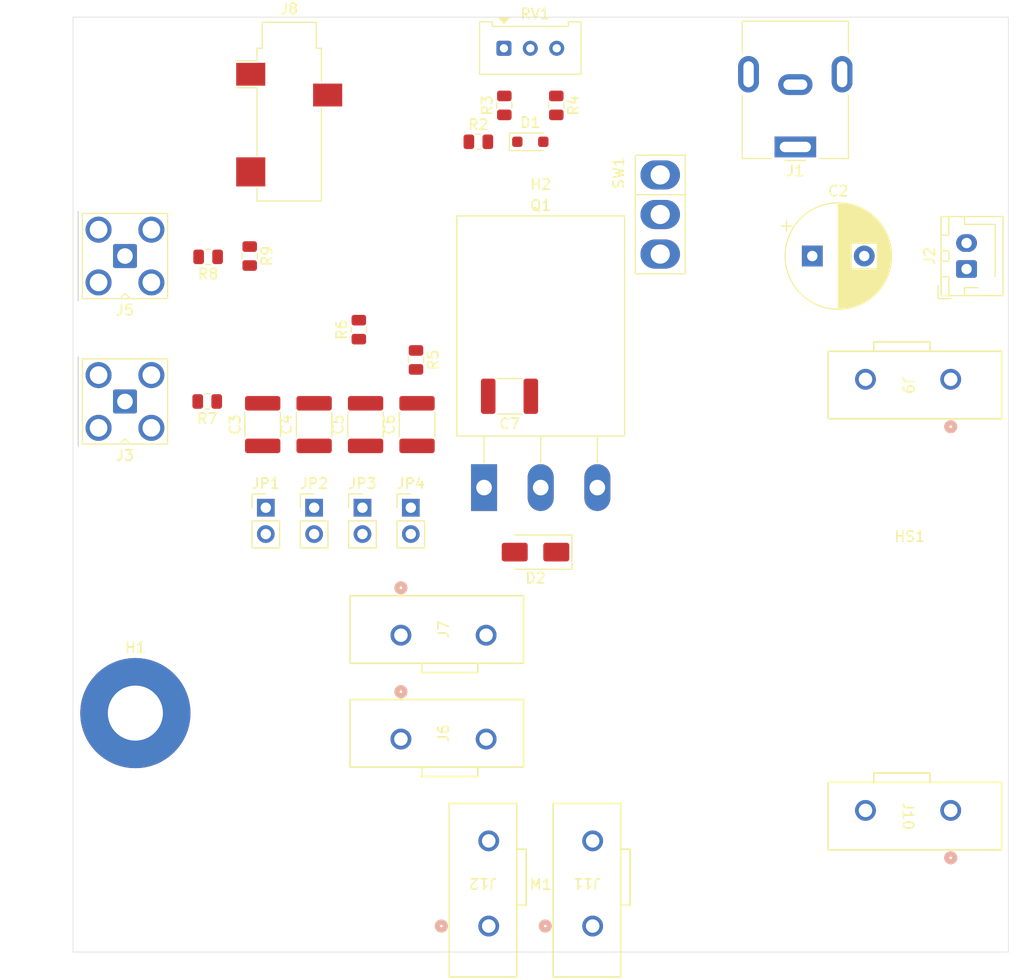
<source format=kicad_pcb>
(kicad_pcb (version 20241229) (generator "pcbnew") (generator_version "9.0")
  (layers (0 "F.Cu" signal) (2 "B.Cu" signal) (13 "F.Paste" user) (15 "B.Paste" user) (5 "F.SilkS" user "F.Silkscreen") (7 "B.SilkS" user "B.Silkscreen") (1 "F.Mask" user) (3 "B.Mask" user) (25 "Edge.Cuts" user))
  (net 0 "")
  (net 1 "GND")
  (net 2 "Net-(J2-Pin_1)")
  (net 3 "Net-(JP1-A)")
  (net 4 "Net-(JP2-A)")
  (net 5 "Net-(JP3-A)")
  (net 6 "Net-(JP4-A)")
  (net 7 "Net-(D2-A2)")
  (net 8 "Net-(D1-K)")
  (net 10 "Net-(J3-In)")
  (net 11 "Net-(J5-In)")
  (net 12 "Net-(J7-Pin_1)")
  (net 13 "Net-(R3-Pad2)")
  (net 14 "Net-(R4-Pad1)")
  (net 15 "Net-(R5-Pad1)")
  (net 17 "Net-(J8-PadT)")
  (net 19 "Net-(SW1-A)")
  (net 20 "Net-(J10-Pin_1)")
  (net 21 "Net-(J12-Pin_1)")
  (footprint "Library:CKSW-E101J1AV2QE2" (layer "F.Cu") (at 111.5 74 -90)
    (property "Reference" "SW1" (at -4 4 90) (layer "F.SilkS"))
    (property "Value" "SW_SPDT")
    (pad "" np_thru_hole circle (at -16.51 -2.54 270) (size 1.85 1.85) (drill 1.85) (layers "*.Cu" "*.Mask"))
    (pad "" np_thru_hole circle (at -16.51 2.54 270) (size 1.85 1.85) (drill 1.85) (layers "*.Cu" "*.Mask"))
    (pad "1" thru_hole oval (at -3.81 0 270) (size 2.8 3.8) (drill 1.85) (layers "*.Cu" "*.Mask") (net 19 "Net-(SW1-A)"))
    (pad "2" thru_hole oval (at 0 0 270) (size 2.8 3.8) (drill 1.85) (layers "*.Cu" "*.Mask") (net 2 "Net-(J2-Pin_1)"))
    (pad "3" thru_hole oval (at 3.81 0 270) (size 2.8 3.8) (drill 1.85) (layers "*.Cu" "*.Mask"))
  )
  (footprint "Capacitor_SMD:C_1812_4532Metric" (layer "F.Cu") (at 97 91.5 180)
    (property "Reference" "C7" (at 0 -2.65 0) (layer "F.SilkS"))
    (property "Value" "220pF")
    (pad "1" smd roundrect (at -2.05 0 180) (size 1.4 3.4) (layers "F.Cu" "F.Mask" "F.Paste") (roundrect_rratio 0.178571) (net 20 "Net-(J10-Pin_1)"))
    (pad "2" smd roundrect (at 2.05 0 180) (size 1.4 3.4) (layers "F.Cu" "F.Mask" "F.Paste") (roundrect_rratio 0.178571) (net 7 "Net-(D2-A2)"))
  )
  (footprint "Capacitor_SMD:C_1812_4532Metric" (layer "F.Cu") (at 78.2 94.225 90)
    (property "Reference" "C4" (at 0 -2.65 90) (layer "F.SilkS"))
    (property "Value" "2.7nF")
    (pad "1" smd roundrect (at -2.05 0 90) (size 1.4 3.4) (layers "F.Cu" "F.Mask" "F.Paste") (roundrect_rratio 0.178571) (net 4 "Net-(JP2-A)"))
    (pad "2" smd roundrect (at 2.05 0 90) (size 1.4 3.4) (layers "F.Cu" "F.Mask" "F.Paste") (roundrect_rratio 0.178571) (net 1 "GND"))
  )
  (footprint "Connector_PinHeader_2.54mm:PinHeader_1x02_P2.54mm_Vertical" (layer "F.Cu") (at 78.2 102.225)
    (property "Reference" "JP2" (at 0 -2.33 0) (layer "F.SilkS"))
    (property "Value" "Jumper_2_Open")
    (pad "1" thru_hole rect (at 0 0) (size 1.7 1.7) (drill 1) (layers "*.Cu" "*.Mask") (net 4 "Net-(JP2-A)"))
    (pad "2" thru_hole oval (at 0 2.54) (size 1.7 1.7) (drill 1) (layers "*.Cu" "*.Mask") (net 12 "Net-(J7-Pin_1)"))
  )
  (footprint "Library:CONN_2604-3101_WAG" (layer "F.Cu") (at 95 142.5 180)
    (property "Reference" "J12" (at 0.55 4.099999 180) (layer "F.SilkS"))
    (property "Value" "Screw_Terminal_01x01")
    (pad "1" thru_hole circle (at 0 0 180) (size 2 2) (drill 1.3) (layers "*.Cu" "*.Mask") (net 21 "Net-(J12-Pin_1)"))
    (pad "1" thru_hole circle (at 0 8.199999 180) (size 2 2) (drill 1.3) (layers "*.Cu" "*.Mask") (net 21 "Net-(J12-Pin_1)"))
  )
  (footprint "Connector_PinHeader_2.54mm:PinHeader_1x02_P2.54mm_Vertical" (layer "F.Cu") (at 87.5 102.225)
    (property "Reference" "JP4" (at 0 -2.33 0) (layer "F.SilkS"))
    (property "Value" "Jumper_2_Open")
    (pad "1" thru_hole rect (at 0 0) (size 1.7 1.7) (drill 1) (layers "*.Cu" "*.Mask") (net 6 "Net-(JP4-A)"))
    (pad "2" thru_hole oval (at 0 2.54) (size 1.7 1.7) (drill 1) (layers "*.Cu" "*.Mask") (net 12 "Net-(J7-Pin_1)"))
  )
  (footprint "Diode_SMD:D_SMA" (layer "F.Cu") (at 99.5 106.5 180)
    (property "Reference" "D2" (at 0 -2.5 0) (layer "F.SilkS"))
    (property "Value" "SMAJ15CA")
    (pad "1" smd roundrect (at -2 0 180) (size 2.5 1.8) (layers "F.Cu" "F.Mask" "F.Paste") (roundrect_rratio 0.1388888889) (net 1 "GND"))
    (pad "2" smd roundrect (at 2 0 180) (size 2.5 1.8) (layers "F.Cu" "F.Mask" "F.Paste") (roundrect_rratio 0.1388888889) (net 7 "Net-(D2-A2)"))
  )
  (footprint "MountingHole:MountingHole_8.4mm_M8" (layer "F.Cu") (at 100 80.5)
    (property "Reference" "H2" (at 0 -9.4 0) (layer "F.SilkS"))
    (property "Value" "MountingHole")
    (pad "" np_thru_hole circle (at 0 0) (size 8.4 8.4) (drill 8.4) (layers "*.Cu" "*.Mask"))
  )
  (footprint "Connector_BarrelJack:BarrelJack_CUI_PJ-063AH_Horizontal" (layer "F.Cu") (at 124.5 67.5 180)
    (property "Reference" "J1" (at 0 -2.3 0) (layer "F.SilkS"))
    (property "Value" "Barrel_Jack_MountingPin")
    (pad "" np_thru_hole circle (at 0 9 180) (size 1.6 1.6) (drill 1.6) (layers "*.Cu" "*.Mask"))
    (pad "1" thru_hole rect (at 0 0 180) (size 4 2) (drill oval 3 1) (layers "*.Cu" "*.Mask") (net 19 "Net-(SW1-A)"))
    (pad "2" thru_hole oval (at 0 6 180) (size 3.3 2) (drill oval 2.3 1) (layers "*.Cu" "*.Mask") (net 1 "GND"))
    (pad "MP" thru_hole oval (at -4.5 7 180) (size 2 3.5) (drill oval 1 2.5) (layers "*.Cu" "*.Mask"))
    (pad "MP" thru_hole oval (at 4.5 7 180) (size 2 3.5) (drill oval 1 2.5) (layers "*.Cu" "*.Mask"))
  )
  (footprint "Resistor_SMD:R_0805_2012Metric" (layer "F.Cu") (at 82.5 85.0875 90)
    (property "Reference" "R6" (at 0 -1.65 90) (layer "F.SilkS"))
    (property "Value" "0")
    (pad "1" smd roundrect (at -0.9125 0 90) (size 1.025 1.4) (layers "F.Cu" "F.Mask" "F.Paste") (roundrect_rratio 0.243902) (net 7 "Net-(D2-A2)"))
    (pad "2" smd roundrect (at 0.9125 0 90) (size 1.025 1.4) (layers "F.Cu" "F.Mask" "F.Paste") (roundrect_rratio 0.243902) (net 12 "Net-(J7-Pin_1)"))
  )
  (footprint "Connector_Coaxial:SMA_Amphenol_901-143_Horizontal" (layer "F.Cu") (at 60 78 90)
    (property "Reference" "J5" (at -5.2 0 0) (layer "F.SilkS"))
    (property "Value" "Conn_Coaxial")
    (fp_line (start 4.3 -4.5) (end -4.3 -4.5) (stroke (width 0.1)) (layer "Edge.Cuts"))
    (pad "1" thru_hole roundrect (at 0 0 90) (size 2.3 2.3) (drill 1.5) (layers "*.Cu" "*.Mask") (roundrect_rratio 0.087) (net 11 "Net-(J5-In)"))
    (pad "2" thru_hole circle (at -2.54 -2.54 90) (size 2.5 2.5) (drill 1.7) (layers "*.Cu" "*.Mask") (net 1 "GND"))
    (pad "2" thru_hole circle (at -2.54 2.54 90) (size 2.5 2.5) (drill 1.7) (layers "*.Cu" "*.Mask") (net 1 "GND"))
    (pad "2" thru_hole circle (at 2.54 -2.54 90) (size 2.5 2.5) (drill 1.7) (layers "*.Cu" "*.Mask") (net 1 "GND"))
    (pad "2" thru_hole circle (at 2.54 2.54 90) (size 2.5 2.5) (drill 1.7) (layers "*.Cu" "*.Mask") (net 1 "GND"))
  )
  (footprint "Resistor_SMD:R_0805_2012Metric" (layer "F.Cu") (at 94 67)
    (property "Reference" "R2" (at 0 -1.65 0) (layer "F.SilkS"))
    (property "Value" "1k")
    (pad "1" smd roundrect (at -0.9125 0) (size 1.025 1.4) (layers "F.Cu" "F.Mask" "F.Paste") (roundrect_rratio 0.243902) (net 2 "Net-(J2-Pin_1)"))
    (pad "2" smd roundrect (at 0.9125 0) (size 1.025 1.4) (layers "F.Cu" "F.Mask" "F.Paste") (roundrect_rratio 0.243902) (net 8 "Net-(D1-K)"))
  )
  (footprint "Library:FAN AXIAL 92X25.4MM" (layer "F.Cu") (at 100 100)
    (property "Reference" "M1" (at 0 38.5 0) (layer "F.SilkS"))
    (property "Value" "Fan")
    (pad "" np_thru_hole circle (at -41.25 -41.25) (size 4.5 4.5) (drill 4.5) (layers "*.Cu" "*.Mask"))
    (pad "" np_thru_hole circle (at -41.25 41.25) (size 4.5 4.5) (drill 4.5) (layers "*.Cu" "*.Mask"))
    (pad "" np_thru_hole circle (at 41.25 -41.25) (size 4.5 4.5) (drill 4.5) (layers "*.Cu" "*.Mask"))
    (pad "" np_thru_hole circle (at 41.25 41.25) (size 4.5 4.5) (drill 4.5) (layers "*.Cu" "*.Mask"))
  )
  (footprint "Capacitor_SMD:C_1812_4532Metric" (layer "F.Cu") (at 73.25 94.225 90)
    (property "Reference" "C3" (at 0 -2.65 90) (layer "F.SilkS"))
    (property "Value" "2.7nF")
    (pad "1" smd roundrect (at -2.05 0 90) (size 1.4 3.4) (layers "F.Cu" "F.Mask" "F.Paste") (roundrect_rratio 0.178571) (net 3 "Net-(JP1-A)"))
    (pad "2" smd roundrect (at 2.05 0 90) (size 1.4 3.4) (layers "F.Cu" "F.Mask" "F.Paste") (roundrect_rratio 0.178571) (net 1 "GND"))
  )
  (footprint "Capacitor_THT:CP_Radial_D10.0mm_P5.00mm" (layer "F.Cu") (at 126.132323 78)
    (property "Reference" "C2" (at 2.5 -6.25 0) (layer "F.SilkS"))
    (property "Value" "330uF")
    (pad "1" thru_hole rect (at 0 0) (size 2 2) (drill 1) (layers "*.Cu" "*.Mask") (net 2 "Net-(J2-Pin_1)"))
    (pad "2" thru_hole circle (at 5 0) (size 2 2) (drill 1) (layers "*.Cu" "*.Mask") (net 1 "GND"))
  )
  (footprint "Resistor_SMD:R_0805_2012Metric" (layer "F.Cu") (at 101.5 63.5 -90)
    (property "Reference" "R4" (at 0 -1.65 90) (layer "F.SilkS"))
    (property "Value" "1.8k")
    (pad "1" smd roundrect (at -0.9125 0 270) (size 1.025 1.4) (layers "F.Cu" "F.Mask" "F.Paste") (roundrect_rratio 0.243902) (net 14 "Net-(R4-Pad1)"))
    (pad "2" smd roundrect (at 0.9125 0 270) (size 1.025 1.4) (layers "F.Cu" "F.Mask" "F.Paste") (roundrect_rratio 0.243902) (net 1 "GND"))
  )
  (footprint "Library:CONN_2604-3101_WAG" (layer "F.Cu") (at 105 142.5 180)
    (property "Reference" "J11" (at 0.55 4.099999 180) (layer "F.SilkS"))
    (property "Value" "Screw_Terminal_01x01")
    (pad "1" thru_hole circle (at 0 0 180) (size 2 2) (drill 1.3) (layers "*.Cu" "*.Mask") (net 20 "Net-(J10-Pin_1)"))
    (pad "1" thru_hole circle (at 0 8.199999 180) (size 2 2) (drill 1.3) (layers "*.Cu" "*.Mask") (net 20 "Net-(J10-Pin_1)"))
  )
  (footprint "Connector_JST:JST_XH_B2B-XH-AM_1x02_P2.50mm_Vertical" (layer "F.Cu") (at 140.975 79.25 90)
    (property "Reference" "J2" (at 1.25 -3.55 90) (layer "F.SilkS"))
    (property "Value" "Conn_01x02_Pin")
    (pad "" np_thru_hole circle (at -1.6 2 90) (size 1.2 1.2) (drill 1.2) (layers "*.Cu" "*.Mask"))
    (pad "1" thru_hole roundrect (at 0 0 90) (size 1.7 2) (drill 1) (layers "*.Cu" "*.Mask") (roundrect_rratio 0.147059) (net 2 "Net-(J2-Pin_1)"))
    (pad "2" thru_hole oval (at 2.5 0 90) (size 1.7 2) (drill 1) (layers "*.Cu" "*.Mask") (net 1 "GND"))
  )
  (footprint "Capacitor_SMD:C_1812_4532Metric" (layer "F.Cu") (at 88.1 94.225 90)
    (property "Reference" "C6" (at 0 -2.65 90) (layer "F.SilkS"))
    (property "Value" "2.7nF")
    (pad "1" smd roundrect (at -2.05 0 90) (size 1.4 3.4) (layers "F.Cu" "F.Mask" "F.Paste") (roundrect_rratio 0.178571) (net 6 "Net-(JP4-A)"))
    (pad "2" smd roundrect (at 2.05 0 90) (size 1.4 3.4) (layers "F.Cu" "F.Mask" "F.Paste") (roundrect_rratio 0.178571) (net 1 "GND"))
  )
  (footprint "Library:CONN_2604-3101_WAG" (layer "F.Cu") (at 139.45 89.8666 -90)
    (property "Reference" "J9" (at 0.55 4.099999 270) (layer "F.SilkS"))
    (property "Value" "Screw_Terminal_01x01")
    (pad "1" thru_hole circle (at 0 0 270) (size 2 2) (drill 1.3) (layers "*.Cu" "*.Mask") (net 2 "Net-(J2-Pin_1)"))
    (pad "1" thru_hole circle (at 0 8.199999 270) (size 2 2) (drill 1.3) (layers "*.Cu" "*.Mask") (net 2 "Net-(J2-Pin_1)"))
  )
  (footprint "Connector_Audio:Jack_3.5mm_CUI_SJ-3523-SMT_Horizontal" (layer "F.Cu") (at 75.8 64.1)
    (property "Reference" "J8" (at 0 -9.9 0) (layer "F.SilkS"))
    (property "Value" "AudioJack3")
    (pad "" np_thru_hole circle (at 0 -2.5) (size 1.7 1.7) (drill 1.7) (layers "*.Cu" "*.Mask"))
    (pad "" np_thru_hole circle (at 0 4.5) (size 1.7 1.7) (drill 1.7) (layers "*.Cu" "*.Mask"))
    (pad "R" smd rect (at 3.7 -1.6) (size 2.8 2.2) (layers "F.Cu" "F.Mask" "F.Paste"))
    (pad "S" smd rect (at -3.7 -3.6) (size 2.8 2.2) (layers "F.Cu" "F.Mask" "F.Paste") (net 1 "GND"))
    (pad "T" smd rect (at -3.7 5.8) (size 2.8 2.8) (layers "F.Cu" "F.Mask" "F.Paste") (net 17 "Net-(J8-PadT)"))
  )
  (footprint "Diode_SMD:D_SOD-323_HandSoldering" (layer "F.Cu") (at 99 67)
    (property "Reference" "D1" (at 0 -1.85 0) (layer "F.SilkS"))
    (property "Value" "D_Zener")
    (pad "1" smd roundrect (at -1.25 0) (size 1 1) (layers "F.Cu" "F.Mask" "F.Paste") (net 8 "Net-(D1-K)"))
    (pad "2" smd roundrect (at 1.25 0) (size 1 1) (layers "F.Cu" "F.Mask" "F.Paste") (net 1 "GND"))
  )
  (footprint "Resistor_SMD:R_0805_2012Metric" (layer "F.Cu") (at 96.5 63.5 90)
    (property "Reference" "R3" (at 0 -1.65 90) (layer "F.SilkS"))
    (property "Value" "3k")
    (pad "1" smd roundrect (at -0.9125 0 90) (size 1.025 1.4) (layers "F.Cu" "F.Mask" "F.Paste") (roundrect_rratio 0.243902) (net 8 "Net-(D1-K)"))
    (pad "2" smd roundrect (at 0.9125 0 90) (size 1.025 1.4) (layers "F.Cu" "F.Mask" "F.Paste") (roundrect_rratio 0.243902) (net 13 "Net-(R3-Pad2)"))
  )
  (footprint "Library:CONN_2604-3101_WAG" (layer "F.Cu") (at 86.550001 114.5 90)
    (property "Reference" "J7" (at 0.55 4.099999 90) (layer "F.SilkS"))
    (property "Value" "Screw_Terminal_01x01")
    (pad "1" thru_hole circle (at 0 0 90) (size 2 2) (drill 1.3) (layers "*.Cu" "*.Mask") (net 12 "Net-(J7-Pin_1)"))
    (pad "1" thru_hole circle (at 0 8.199999 90) (size 2 2) (drill 1.3) (layers "*.Cu" "*.Mask") (net 12 "Net-(J7-Pin_1)"))
  )
  (footprint "Connector_PinHeader_2.54mm:PinHeader_1x02_P2.54mm_Vertical" (layer "F.Cu") (at 73.55 102.225)
    (property "Reference" "JP1" (at 0 -2.33 0) (layer "F.SilkS"))
    (property "Value" "Jumper_2_Open")
    (pad "1" thru_hole rect (at 0 0) (size 1.7 1.7) (drill 1) (layers "*.Cu" "*.Mask") (net 3 "Net-(JP1-A)"))
    (pad "2" thru_hole oval (at 0 2.54) (size 1.7 1.7) (drill 1) (layers "*.Cu" "*.Mask") (net 12 "Net-(J7-Pin_1)"))
  )
  (footprint "MountingHole:MountingHole_5.3mm_M5_Pad" (layer "F.Cu") (at 61 122)
    (property "Reference" "H1" (at 0 -6.3 0) (layer "F.SilkS"))
    (property "Value" "MountingHole_Pad")
    (pad "1" thru_hole circle (at 0 0) (size 10.6 10.6) (drill 5.3) (layers "*.Cu" "*.Mask") (net 21 "Net-(J12-Pin_1)"))
  )
  (footprint "Resistor_SMD:R_0805_2012Metric" (layer "F.Cu") (at 72 78 -90)
    (property "Reference" "R9" (at 0 -1.65 90) (layer "F.SilkS"))
    (property "Value" "50")
    (pad "1" smd roundrect (at -0.9125 0 270) (size 1.025 1.4) (layers "F.Cu" "F.Mask" "F.Paste") (roundrect_rratio 0.243902) (net 17 "Net-(J8-PadT)"))
    (pad "2" smd roundrect (at 0.9125 0 270) (size 1.025 1.4) (layers "F.Cu" "F.Mask" "F.Paste") (roundrect_rratio 0.243902) (net 7 "Net-(D2-A2)"))
  )
  (footprint "Potentiometer_THT:Potentiometer_Bourns_3386W_Horizontal" (layer "F.Cu") (at 96.46 58)
    (property "Reference" "RV1" (at 3 -3.3 0) (layer "F.SilkS"))
    (property "Value" "1k")
    (pad "1" thru_hole roundrect (at 0 0 90) (size 1.44 1.44) (drill 0.8) (layers "*.Cu" "*.Mask") (roundrect_rratio 0.1736111111) (net 13 "Net-(R3-Pad2)"))
    (pad "2" thru_hole circle (at 2.54 0 90) (size 1.44 1.44) (drill 0.8) (layers "*.Cu" "*.Mask") (net 15 "Net-(R5-Pad1)"))
    (pad "3" thru_hole circle (at 5.08 0 90) (size 1.44 1.44) (drill 0.8) (layers "*.Cu" "*.Mask") (net 14 "Net-(R4-Pad1)"))
  )
  (footprint "Library:Heatsink_75x37.5mm_Fischer_SK-594-37.5-AL" (layer "F.Cu") (at 100 85)
    (property "Reference" "HS1" (at 35.5 20 0) (layer "F.SilkS"))
    (property "Value" "Heatsink")
    (pad "" np_thru_hole circle (at -34.25 -15.5) (size 3.4 3.4) (drill 3.4) (layers "*.Cu" "*.Mask"))
    (pad "" np_thru_hole circle (at -34.25 15.5) (size 3.4 3.4) (drill 3.4) (layers "*.Cu" "*.Mask"))
    (pad "" np_thru_hole circle (at 0 -4.6) (size 3.4 3.4) (drill 3.4) (layers "*.Cu" "*.Mask"))
    (pad "" np_thru_hole circle (at 34.25 -15.5) (size 3.4 3.4) (drill 3.4) (layers "*.Cu" "*.Mask"))
    (pad "" np_thru_hole circle (at 34.25 15.5) (size 3.4 3.4) (drill 3.4) (layers "*.Cu" "*.Mask"))
  )
  (footprint "Connector_PinHeader_2.54mm:PinHeader_1x02_P2.54mm_Vertical" (layer "F.Cu") (at 82.85 102.225)
    (property "Reference" "JP3" (at 0 -2.33 0) (layer "F.SilkS"))
    (property "Value" "Jumper_2_Open")
    (pad "1" thru_hole rect (at 0 0) (size 1.7 1.7) (drill 1) (layers "*.Cu" "*.Mask") (net 5 "Net-(JP3-A)"))
    (pad "2" thru_hole oval (at 0 2.54) (size 1.7 1.7) (drill 1) (layers "*.Cu" "*.Mask") (net 12 "Net-(J7-Pin_1)"))
  )
  (footprint "Resistor_SMD:R_0805_2012Metric" (layer "F.Cu") (at 88 88 -90)
    (property "Reference" "R5" (at 0 -1.65 90) (layer "F.SilkS"))
    (property "Value" "1k")
    (pad "1" smd roundrect (at -0.9125 0 270) (size 1.025 1.4) (layers "F.Cu" "F.Mask" "F.Paste") (roundrect_rratio 0.243902) (net 15 "Net-(R5-Pad1)"))
    (pad "2" smd roundrect (at 0.9125 0 270) (size 1.025 1.4) (layers "F.Cu" "F.Mask" "F.Paste") (roundrect_rratio 0.243902) (net 7 "Net-(D2-A2)"))
  )
  (footprint "Capacitor_SMD:C_1812_4532Metric" (layer "F.Cu") (at 83.15 94.225 90)
    (property "Reference" "C5" (at 0 -2.65 90) (layer "F.SilkS"))
    (property "Value" "2.7nF")
    (pad "1" smd roundrect (at -2.05 0 90) (size 1.4 3.4) (layers "F.Cu" "F.Mask" "F.Paste") (roundrect_rratio 0.178571) (net 5 "Net-(JP3-A)"))
    (pad "2" smd roundrect (at 2.05 0 90) (size 1.4 3.4) (layers "F.Cu" "F.Mask" "F.Paste") (roundrect_rratio 0.178571) (net 1 "GND"))
  )
  (footprint "Resistor_SMD:R_0805_2012Metric" (layer "F.Cu") (at 68 78.08 180)
    (property "Reference" "R8" (at 0 -1.65 0) (layer "F.SilkS"))
    (property "Value" "50")
    (pad "1" smd roundrect (at -0.9125 0 180) (size 1.025 1.4) (layers "F.Cu" "F.Mask" "F.Paste") (roundrect_rratio 0.243902) (net 7 "Net-(D2-A2)"))
    (pad "2" smd roundrect (at 0.9125 0 180) (size 1.025 1.4) (layers "F.Cu" "F.Mask" "F.Paste") (roundrect_rratio 0.243902) (net 11 "Net-(J5-In)"))
  )
  (footprint "Package_TO_SOT_THT:TO-247-3_Horizontal_TabDown" (layer "F.Cu") (at 94.55 100.29)
    (property "Reference" "Q1" (at 5.45 -27.15 0) (layer "F.SilkS"))
    (property "Value" "Q_NMOS_Depletion_GDS")
    (pad "" np_thru_hole circle (at 5.45 -19.86) (size 3.6 3.6) (drill 3.6) (layers "*.Cu" "*.Mask"))
    (pad "1" thru_hole rect (at 0 0) (size 2.5 4.5) (drill 1.5) (layers "*.Cu" "*.Mask") (net 7 "Net-(D2-A2)"))
    (pad "2" thru_hole oval (at 5.45 0) (size 2.5 4.5) (drill 1.5) (layers "*.Cu" "*.Mask") (net 20 "Net-(J10-Pin_1)"))
    (pad "3" thru_hole oval (at 10.9 0) (size 2.5 4.5) (drill 1.5) (layers "*.Cu" "*.Mask") (net 1 "GND"))
  )
  (footprint "Resistor_SMD:R_0805_2012Metric" (layer "F.Cu") (at 67.9125 92 180)
    (property "Reference" "R7" (at 0 -1.65 0) (layer "F.SilkS"))
    (property "Value" "50")
    (pad "1" smd roundrect (at -0.9125 0 180) (size 1.025 1.4) (layers "F.Cu" "F.Mask" "F.Paste") (roundrect_rratio 0.243902) (net 20 "Net-(J10-Pin_1)"))
    (pad "2" smd roundrect (at 0.9125 0 180) (size 1.025 1.4) (layers "F.Cu" "F.Mask" "F.Paste") (roundrect_rratio 0.243902) (net 10 "Net-(J3-In)"))
  )
  (footprint "Library:CONN_2604-3101_WAG" (layer "F.Cu") (at 139.45 131.3666 -90)
    (property "Reference" "J10" (at 0.55 4.099999 270) (layer "F.SilkS"))
    (property "Value" "Screw_Terminal_01x01")
    (pad "1" thru_hole circle (at 0 0 270) (size 2 2) (drill 1.3) (layers "*.Cu" "*.Mask") (net 20 "Net-(J10-Pin_1)"))
    (pad "1" thru_hole circle (at 0 8.199999 270) (size 2 2) (drill 1.3) (layers "*.Cu" "*.Mask") (net 20 "Net-(J10-Pin_1)"))
  )
  (footprint "Library:CONN_2604-3101_WAG" (layer "F.Cu") (at 86.550001 124.5 90)
    (property "Reference" "J6" (at 0.55 4.099999 90) (layer "F.SilkS"))
    (property "Value" "Screw_Terminal_01x01")
    (pad "1" thru_hole circle (at 0 0 90) (size 2 2) (drill 1.3) (layers "*.Cu" "*.Mask") (net 21 "Net-(J12-Pin_1)"))
    (pad "1" thru_hole circle (at 0 8.199999 90) (size 2 2) (drill 1.3) (layers "*.Cu" "*.Mask") (net 21 "Net-(J12-Pin_1)"))
  )
  (footprint "Connector_Coaxial:SMA_Amphenol_901-143_Horizontal" (layer "F.Cu") (at 60 92 90)
    (property "Reference" "J3" (at -5.2 0 0) (layer "F.SilkS"))
    (property "Value" "Conn_Coaxial")
    (fp_line (start 4.3 -4.5) (end -4.3 -4.5) (stroke (width 0.1)) (layer "Edge.Cuts"))
    (pad "1" thru_hole roundrect (at 0 0 90) (size 2.3 2.3) (drill 1.5) (layers "*.Cu" "*.Mask") (roundrect_rratio 0.087) (net 10 "Net-(J3-In)"))
    (pad "2" thru_hole circle (at -2.54 -2.54 90) (size 2.5 2.5) (drill 1.7) (layers "*.Cu" "*.Mask") (net 1 "GND"))
    (pad "2" thru_hole circle (at -2.54 2.54 90) (size 2.5 2.5) (drill 1.7) (layers "*.Cu" "*.Mask") (net 1 "GND"))
    (pad "2" thru_hole circle (at 2.54 -2.54 90) (size 2.5 2.5) (drill 1.7) (layers "*.Cu" "*.Mask") (net 1 "GND"))
    (pad "2" thru_hole circle (at 2.54 2.54 90) (size 2.5 2.5) (drill 1.7) (layers "*.Cu" "*.Mask") (net 1 "GND"))
  )
  (gr_line (start 145 55) (end 145 145) (stroke (width 0.05)) (layer "Edge.Cuts"))
  (gr_line (start 55 145) (end 55 55) (stroke (width 0.05)) (layer "Edge.Cuts"))
  (gr_line (start 145 145) (end 55 145) (stroke (width 0.05)) (layer "Edge.Cuts"))
  (gr_line (start 55 55) (end 145 55) (stroke (width 0.05)) (layer "Edge.Cuts"))
)
</source>
